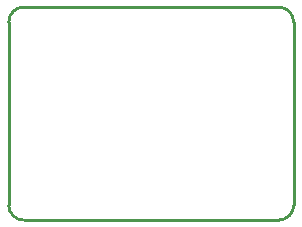
<source format=gbr>
G04 start of page 4 for group 2 idx 2 *
G04 Title: (unknown), outline *
G04 Creator: pcb 20140316 *
G04 CreationDate: Thu 20 Aug 2020 03:11:14 AM GMT UTC *
G04 For: railfan *
G04 Format: Gerber/RS-274X *
G04 PCB-Dimensions (mil): 1150.00 910.00 *
G04 PCB-Coordinate-Origin: lower left *
%MOIN*%
%FSLAX25Y25*%
%LNOUTLINE*%
%ADD29C,0.0100*%
G54D29*X15000Y81000D02*X100000D01*
Y10000D02*X15000D01*
X105000Y76000D02*Y15000D01*
X10000D02*Y76000D01*
X100000Y10000D02*G75*G03X105000Y15000I0J5000D01*G01*
X100000Y81000D02*G75*G02X105000Y76000I0J-5000D01*G01*
X10000D02*G75*G02X15000Y81000I5000J0D01*G01*
X10000Y15000D02*G75*G03X15000Y10000I5000J0D01*G01*
M02*

</source>
